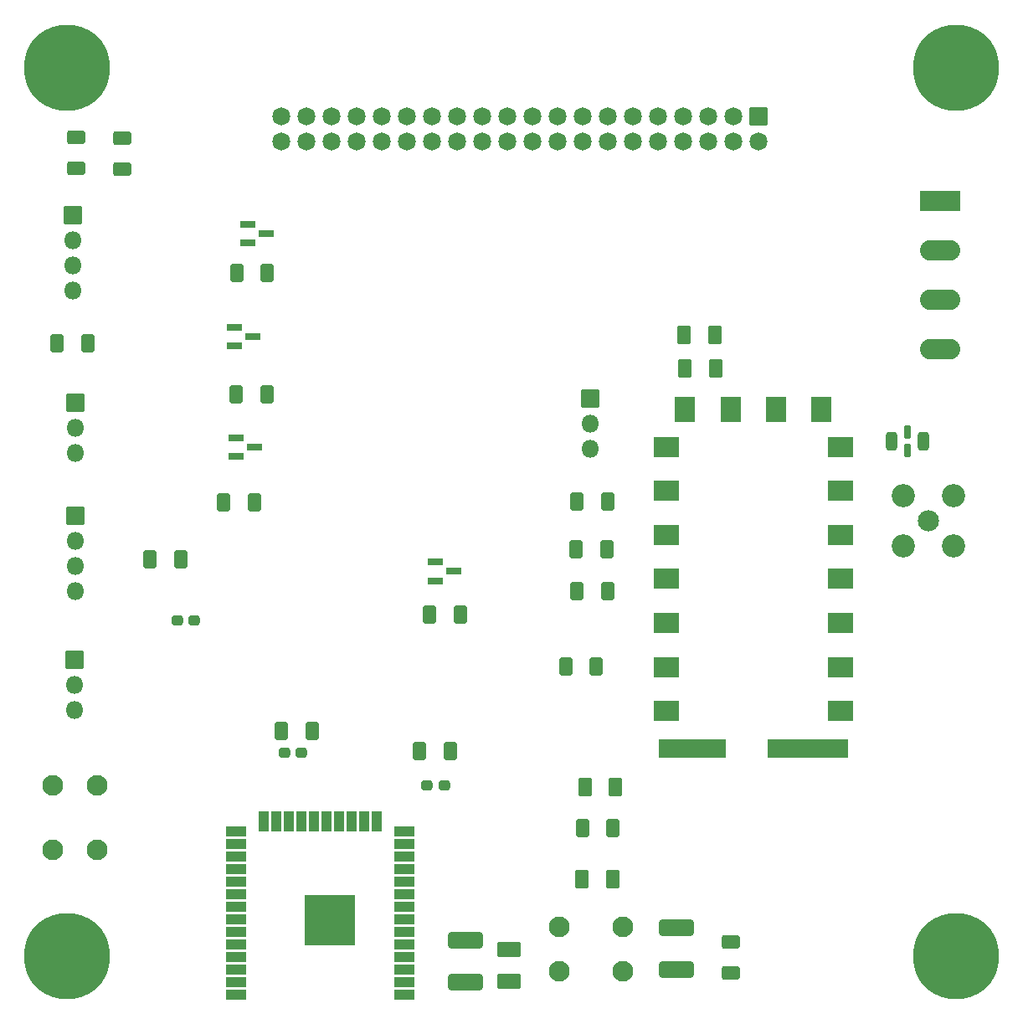
<source format=gbr>
%TF.GenerationSoftware,KiCad,Pcbnew,6.0.5-a6ca702e91~116~ubuntu22.04.1*%
%TF.CreationDate,2022-06-14T21:35:24-07:00*%
%TF.ProjectId,aprs-esp32,61707273-2d65-4737-9033-322e6b696361,v1.0.0*%
%TF.SameCoordinates,Original*%
%TF.FileFunction,Soldermask,Top*%
%TF.FilePolarity,Negative*%
%FSLAX46Y46*%
G04 Gerber Fmt 4.6, Leading zero omitted, Abs format (unit mm)*
G04 Created by KiCad (PCBNEW 6.0.5-a6ca702e91~116~ubuntu22.04.1) date 2022-06-14 21:35:24*
%MOMM*%
%LPD*%
G01*
G04 APERTURE LIST*
G04 Aperture macros list*
%AMRoundRect*
0 Rectangle with rounded corners*
0 $1 Rounding radius*
0 $2 $3 $4 $5 $6 $7 $8 $9 X,Y pos of 4 corners*
0 Add a 4 corners polygon primitive as box body*
4,1,4,$2,$3,$4,$5,$6,$7,$8,$9,$2,$3,0*
0 Add four circle primitives for the rounded corners*
1,1,$1+$1,$2,$3*
1,1,$1+$1,$4,$5*
1,1,$1+$1,$6,$7*
1,1,$1+$1,$8,$9*
0 Add four rect primitives between the rounded corners*
20,1,$1+$1,$2,$3,$4,$5,0*
20,1,$1+$1,$4,$5,$6,$7,0*
20,1,$1+$1,$6,$7,$8,$9,0*
20,1,$1+$1,$8,$9,$2,$3,0*%
G04 Aperture macros list end*
%ADD10RoundRect,0.300000X-0.400000X-0.625000X0.400000X-0.625000X0.400000X0.625000X-0.400000X0.625000X0*%
%ADD11RoundRect,0.300000X0.400000X0.625000X-0.400000X0.625000X-0.400000X-0.625000X0.400000X-0.625000X0*%
%ADD12RoundRect,0.050000X2.500000X2.500000X-2.500000X2.500000X-2.500000X-2.500000X2.500000X-2.500000X0*%
%ADD13RoundRect,0.050000X1.000000X0.450000X-1.000000X0.450000X-1.000000X-0.450000X1.000000X-0.450000X0*%
%ADD14RoundRect,0.050000X-0.450000X1.000000X-0.450000X-1.000000X0.450000X-1.000000X0.450000X1.000000X0*%
%ADD15C,2.100000*%
%ADD16RoundRect,0.300000X-0.412500X-0.650000X0.412500X-0.650000X0.412500X0.650000X-0.412500X0.650000X0*%
%ADD17RoundRect,0.200000X-0.587500X-0.150000X0.587500X-0.150000X0.587500X0.150000X-0.587500X0.150000X0*%
%ADD18RoundRect,0.300000X-0.625000X0.400000X-0.625000X-0.400000X0.625000X-0.400000X0.625000X0.400000X0*%
%ADD19C,1.825000*%
%ADD20RoundRect,0.050000X0.862500X0.862500X-0.862500X0.862500X-0.862500X-0.862500X0.862500X-0.862500X0*%
%ADD21RoundRect,0.300000X1.450000X-0.537500X1.450000X0.537500X-1.450000X0.537500X-1.450000X-0.537500X0*%
%ADD22RoundRect,0.287500X0.287500X0.237500X-0.287500X0.237500X-0.287500X-0.237500X0.287500X-0.237500X0*%
%ADD23C,2.150000*%
%ADD24C,2.350000*%
%ADD25RoundRect,0.300000X-1.450000X0.537500X-1.450000X-0.537500X1.450000X-0.537500X1.450000X0.537500X0*%
%ADD26RoundRect,0.050000X-1.980000X0.990000X-1.980000X-0.990000X1.980000X-0.990000X1.980000X0.990000X0*%
%ADD27O,4.060000X2.080000*%
%ADD28RoundRect,0.050000X-0.850000X-0.850000X0.850000X-0.850000X0.850000X0.850000X-0.850000X0.850000X0*%
%ADD29O,1.800000X1.800000*%
%ADD30C,1.000000*%
%ADD31C,8.700000*%
%ADD32RoundRect,0.050000X1.235000X0.940000X-1.235000X0.940000X-1.235000X-0.940000X1.235000X-0.940000X0*%
%ADD33RoundRect,0.050000X0.940000X-1.235000X0.940000X1.235000X-0.940000X1.235000X-0.940000X-1.235000X0*%
%ADD34RoundRect,0.050000X-1.235000X-0.940000X1.235000X-0.940000X1.235000X0.940000X-1.235000X0.940000X0*%
%ADD35RoundRect,0.050000X3.300000X0.900000X-3.300000X0.900000X-3.300000X-0.900000X3.300000X-0.900000X0*%
%ADD36RoundRect,0.050000X4.000000X0.900000X-4.000000X0.900000X-4.000000X-0.900000X4.000000X-0.900000X0*%
%ADD37RoundRect,0.202500X-0.152500X-0.470000X0.152500X-0.470000X0.152500X0.470000X-0.152500X0.470000X0*%
%ADD38C,0.710000*%
%ADD39RoundRect,0.299600X-0.270400X-0.650400X0.270400X-0.650400X0.270400X0.650400X-0.270400X0.650400X0*%
%ADD40RoundRect,0.300001X-0.924999X0.499999X-0.924999X-0.499999X0.924999X-0.499999X0.924999X0.499999X0*%
%ADD41RoundRect,0.300000X0.412500X0.650000X-0.412500X0.650000X-0.412500X-0.650000X0.412500X-0.650000X0*%
G04 APERTURE END LIST*
D10*
%TO.C,R6*%
X76605000Y-78035000D03*
X79705000Y-78035000D03*
%TD*%
D11*
%TO.C,R2*%
X42192500Y-45875000D03*
X45292500Y-45875000D03*
%TD*%
D12*
%TO.C,ESP32-WROOM-32D1*%
X51650275Y-111341072D03*
D13*
X42150275Y-118841072D03*
X42150275Y-117571072D03*
X42150275Y-116301072D03*
X42150275Y-115031072D03*
X42150275Y-113761072D03*
X42150275Y-112491072D03*
X42150275Y-111221072D03*
X42150275Y-109951072D03*
X42150275Y-108681072D03*
X42150275Y-107411072D03*
X42150275Y-106141072D03*
X42150275Y-104871072D03*
X42150275Y-103601072D03*
X42150275Y-102331072D03*
D14*
X44935275Y-101331072D03*
X46205275Y-101331072D03*
X47475275Y-101331072D03*
X48745275Y-101331072D03*
X50015275Y-101331072D03*
X51285275Y-101331072D03*
X52555275Y-101331072D03*
X53825275Y-101331072D03*
X55095275Y-101331072D03*
X56365275Y-101331072D03*
D13*
X59150275Y-102331072D03*
X59150275Y-103601072D03*
X59150275Y-104871072D03*
X59150275Y-106141072D03*
X59150275Y-107411072D03*
X59150275Y-108681072D03*
X59150275Y-109951072D03*
X59150275Y-111221072D03*
X59150275Y-112491072D03*
X59150275Y-113761072D03*
X59150275Y-115031072D03*
X59150275Y-116301072D03*
X59150275Y-117571072D03*
X59150275Y-118841072D03*
%TD*%
D15*
%TO.C,SW2*%
X28065000Y-97715000D03*
X28065000Y-104215000D03*
X23565000Y-97715000D03*
X23565000Y-104215000D03*
%TD*%
D16*
%TO.C,C2*%
X87555000Y-55485000D03*
X90680000Y-55485000D03*
%TD*%
D17*
%TO.C,Q2*%
X42116500Y-62501600D03*
X42116500Y-64401600D03*
X43991500Y-63451600D03*
%TD*%
D18*
%TO.C,R12*%
X25997896Y-32172987D03*
X25997896Y-35272987D03*
%TD*%
D19*
%TO.C,J5*%
X46740000Y-32540000D03*
X46740000Y-30000000D03*
X49280000Y-32540000D03*
X49280000Y-30000000D03*
X51820000Y-32540000D03*
X51820000Y-30000000D03*
X54360000Y-32540000D03*
X54360000Y-30000000D03*
X56900000Y-32540000D03*
X56900000Y-30000000D03*
X59440000Y-32540000D03*
X59440000Y-30000000D03*
X61980000Y-32540000D03*
X61980000Y-30000000D03*
X64520000Y-32540000D03*
X64520000Y-30000000D03*
X67060000Y-32540000D03*
X67060000Y-30000000D03*
X69600000Y-32540000D03*
X69600000Y-30000000D03*
X72140000Y-32540000D03*
X72140000Y-30000000D03*
X74680000Y-32540000D03*
X74680000Y-30000000D03*
X77220000Y-32540000D03*
X77220000Y-30000000D03*
X79760000Y-32540000D03*
X79760000Y-30000000D03*
X82300000Y-32540000D03*
X82300000Y-30000000D03*
X84840000Y-32540000D03*
X84840000Y-30000000D03*
X87380000Y-32540000D03*
X87380000Y-30000000D03*
X89920000Y-32540000D03*
X89920000Y-30000000D03*
X92460000Y-32540000D03*
X92460000Y-30000000D03*
X95000000Y-32540000D03*
D20*
X95000000Y-30000000D03*
%TD*%
D11*
%TO.C,R4*%
X64805000Y-80403800D03*
X61705000Y-80403800D03*
%TD*%
D21*
%TO.C,C3*%
X86679587Y-116330713D03*
X86679587Y-112055713D03*
%TD*%
D22*
%TO.C,D1*%
X37927500Y-80975000D03*
X36177500Y-80975000D03*
%TD*%
D23*
%TO.C,J7*%
X112186370Y-70945645D03*
D24*
X114726370Y-73485645D03*
X109646370Y-73485645D03*
X114726370Y-68405645D03*
X109646370Y-68405645D03*
%TD*%
D11*
%TO.C,R14*%
X36515000Y-74795000D03*
X33415000Y-74795000D03*
%TD*%
D25*
%TO.C,C4*%
X65315000Y-117580000D03*
X65315000Y-113305000D03*
%TD*%
D17*
%TO.C,Q4*%
X41952500Y-51355000D03*
X41952500Y-53255000D03*
X43827500Y-52305000D03*
%TD*%
D22*
%TO.C,D2*%
X48767500Y-94375000D03*
X47017500Y-94375000D03*
%TD*%
D16*
%TO.C,C1*%
X87455000Y-52145000D03*
X90580000Y-52145000D03*
%TD*%
D26*
%TO.C,J3*%
X113345000Y-38545000D03*
D27*
X113345000Y-43545000D03*
X113345000Y-48545000D03*
X113345000Y-53545000D03*
%TD*%
D10*
%TO.C,R7*%
X75465000Y-85625000D03*
X78565000Y-85625000D03*
%TD*%
D22*
%TO.C,D3*%
X63237500Y-97685000D03*
X61487500Y-97685000D03*
%TD*%
D11*
%TO.C,R15*%
X49855000Y-92145000D03*
X46755000Y-92145000D03*
%TD*%
D28*
%TO.C,J8*%
X25798507Y-85003164D03*
D29*
X25798507Y-87543164D03*
X25798507Y-90083164D03*
%TD*%
D28*
%TO.C,J6*%
X77940218Y-58596018D03*
D29*
X77940218Y-61136018D03*
X77940218Y-63676018D03*
%TD*%
D17*
%TO.C,Q1*%
X45170000Y-41895000D03*
X43295000Y-42845000D03*
X43295000Y-40945000D03*
%TD*%
D30*
%TO.C,H4*%
X118145000Y-114920000D03*
D31*
X114920000Y-114920000D03*
D30*
X112639581Y-117200419D03*
X111695000Y-114920000D03*
X117200419Y-117200419D03*
X114920000Y-111695000D03*
X117200419Y-112639581D03*
X114920000Y-118145000D03*
X112639581Y-112639581D03*
%TD*%
D32*
%TO.C,U1*%
X85640000Y-90155000D03*
X85640000Y-85705000D03*
X85640000Y-81255000D03*
X85640000Y-76805000D03*
X85640000Y-72355000D03*
X85640000Y-67905000D03*
X85640000Y-63455000D03*
D33*
X87565000Y-59680000D03*
X92165000Y-59680000D03*
X96765000Y-59680000D03*
X101365000Y-59680000D03*
D34*
X103290000Y-63455000D03*
X103290000Y-67905000D03*
D32*
X103290000Y-72355000D03*
X103290000Y-76805000D03*
X103290000Y-81255000D03*
X103290000Y-85705000D03*
X103290000Y-90155000D03*
D35*
X88265000Y-93930000D03*
D36*
X99965000Y-93930000D03*
%TD*%
D37*
%TO.C,FL1*%
X110051659Y-61938766D03*
D38*
X110051659Y-61761266D03*
D39*
X111676659Y-62866266D03*
D37*
X110051659Y-63793766D03*
D38*
X110051659Y-63971266D03*
D39*
X108426659Y-62866266D03*
%TD*%
D17*
%TO.C,Q3*%
X62317500Y-75085000D03*
X62317500Y-76985000D03*
X64192500Y-76035000D03*
%TD*%
D10*
%TO.C,R10*%
X42140000Y-58165000D03*
X45240000Y-58165000D03*
%TD*%
D31*
%TO.C,H3*%
X25080000Y-114920000D03*
D30*
X21855000Y-114920000D03*
X25080000Y-118145000D03*
X27360419Y-112639581D03*
X27360419Y-117200419D03*
X22799581Y-117200419D03*
X22799581Y-112639581D03*
X28305000Y-114920000D03*
X25080000Y-111695000D03*
%TD*%
D10*
%TO.C,R11*%
X76545000Y-73825000D03*
X79645000Y-73825000D03*
%TD*%
D40*
%TO.C,C5*%
X69725000Y-114245000D03*
X69725000Y-117495000D03*
%TD*%
D11*
%TO.C,R9*%
X80265000Y-102015000D03*
X77165000Y-102015000D03*
%TD*%
D28*
%TO.C,J2*%
X25885000Y-59025000D03*
D29*
X25885000Y-61565000D03*
X25885000Y-64105000D03*
%TD*%
D28*
%TO.C,J4*%
X25592860Y-39985000D03*
D29*
X25592860Y-42525000D03*
X25592860Y-45065000D03*
X25592860Y-47605000D03*
%TD*%
D41*
%TO.C,C6*%
X80537500Y-97815000D03*
X77412500Y-97815000D03*
%TD*%
D11*
%TO.C,R16*%
X63785000Y-94215000D03*
X60685000Y-94215000D03*
%TD*%
D10*
%TO.C,R1*%
X24042860Y-53006828D03*
X27142860Y-53006828D03*
%TD*%
D18*
%TO.C,R8*%
X92179187Y-113529917D03*
X92179187Y-116629917D03*
%TD*%
D10*
%TO.C,R5*%
X76615000Y-68985000D03*
X79715000Y-68985000D03*
%TD*%
D30*
%TO.C,H2*%
X27360419Y-22799581D03*
D31*
X25080000Y-25080000D03*
D30*
X21855000Y-25080000D03*
X27360419Y-27360419D03*
X22799581Y-27360419D03*
X25080000Y-28305000D03*
X22799581Y-22799581D03*
X25080000Y-21855000D03*
X28305000Y-25080000D03*
%TD*%
%TO.C,H1*%
X118145000Y-25080000D03*
X111695000Y-25080000D03*
D31*
X114920000Y-25080000D03*
D30*
X117200419Y-27360419D03*
X114920000Y-28305000D03*
X117200419Y-22799581D03*
X114920000Y-21855000D03*
X112639581Y-27360419D03*
X112639581Y-22799581D03*
%TD*%
D18*
%TO.C,R13*%
X30608653Y-32233974D03*
X30608653Y-35333974D03*
%TD*%
D41*
%TO.C,C7*%
X80243050Y-107175205D03*
X77118050Y-107175205D03*
%TD*%
D11*
%TO.C,R3*%
X43995000Y-69065000D03*
X40895000Y-69065000D03*
%TD*%
D28*
%TO.C,J1*%
X25885000Y-70455000D03*
D29*
X25885000Y-72995000D03*
X25885000Y-75535000D03*
X25885000Y-78075000D03*
%TD*%
D15*
%TO.C,SW1*%
X81299009Y-111952171D03*
X74799009Y-111952171D03*
X74799009Y-116452171D03*
X81299009Y-116452171D03*
%TD*%
M02*

</source>
